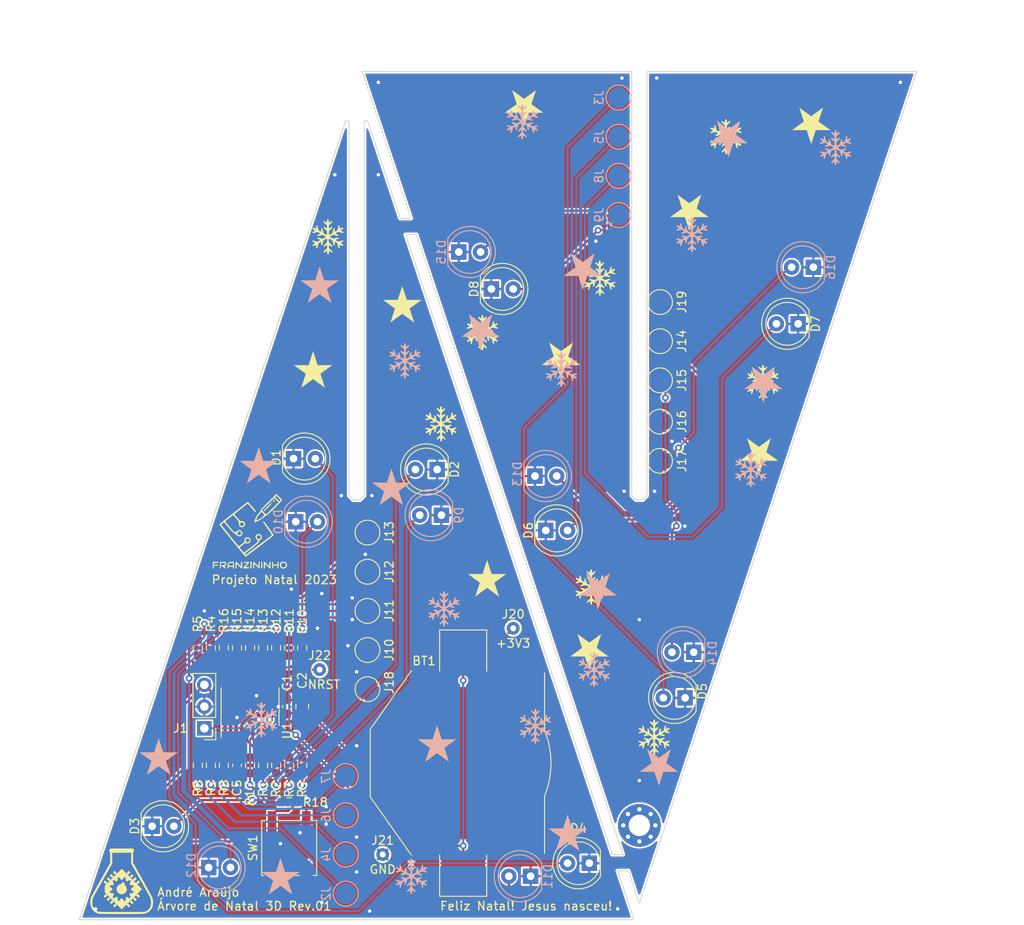
<source format=kicad_pcb>
(kicad_pcb (version 20240108) (generator "pcbnew") (generator_version "8.0")
  (title_block (title "Projeto Natal 2023 - Árvore de Natal 3D") (date "2023-11-21") (rev "01") (company "Franzininho /  Mechatronix Lab") (comment 1 "Eng. André A. M. Araújo"))
  (layers (0 "F.Cu" signal) (31 "B.Cu" signal) (34 "B.Paste" user) (35 "F.Paste" user) (36 "B.SilkS" user "B.Silkscreen") (37 "F.SilkS" user "F.Silkscreen") (38 "B.Mask" user) (39 "F.Mask" user) (44 "Edge.Cuts" user))
  (net 0 "")
  (net 1 "+3V3")
  (net 2 "GND")
  (net 3 "LED1")
  (net 4 "Net-(U1-NRST{slash}PD7)")
  (net 5 "LED2")
  (net 6 "SWIO")
  (net 7 "LED3")
  (net 8 "Net-(U1-OSC_IN{slash}PA1)")
  (net 9 "LED4")
  (net 10 "Net-(U1-OSC_OUT{slash}PA2)")
  (net 11 "LED5")
  (net 12 "Net-(U1-PD0)")
  (net 13 "LED6")
  (net 14 "Net-(U1-PC3)")
  (net 15 "LED7")
  (net 16 "Net-(U1-PC4)")
  (net 17 "LED8")
  (net 18 "Net-(U1-PC5)")
  (net 19 "LED9")
  (net 20 "Net-(U1-PC6)")
  (net 21 "LED10")
  (net 22 "Net-(U1-PC7)")
  (net 23 "Net-(U1-PC0)")
  (net 24 "LED11")
  (net 25 "Net-(U1-PD2)")
  (net 26 "LED12")
  (net 27 "Net-(U1-PD3)")
  (net 28 "LED13")
  (net 29 "Net-(U1-PD4)")
  (net 30 "LED14")
  (net 31 "Net-(U1-PD5)")
  (net 32 "LED15")
  (net 33 "Net-(U1-PD6)")
  (net 34 "LED16")
  (net 35 "Net-(U1-PC1)")
  (net 36 "Net-(U1-PC2)")
  (net 37 "Net-(D5-A)")
  (net 38 "Net-(D6-A)")
  (net 39 "Net-(D7-A)")
  (net 40 "Net-(D8-A)")
  (net 41 "Net-(D13-A)")
  (net 42 "Net-(D14-A)")
  (net 43 "Net-(D15-A)")
  (net 44 "Net-(D16-A)")
  (footprint "TestPoint:TestPoint_Pad_D2.5mm" (layer "F.Cu") (at 185.293 78.994)
    (property "Reference" "J16")
    (property "Value" "TestPoint")
  )
  (footprint "Resistor_SMD:R_0603_1608Metric_Pad0.98x0.95mm_HandSolder" (layer "F.Cu") (at 137.414 119.126 90)
    (property "Reference" "R17")
    (property "Value" "10K")
  )
  (footprint "LED_THT:LED_D5.0mm" (layer "F.Cu") (at 142.494 83.312)
    (property "Reference" "D1")
    (property "Value" "LED R")
  )
  (footprint "LOGO" (layer "F.Cu") (at 178.308 62.23)
    (property "Reference" "G***" (hide yes))
    (property "Value" "LOGO" (hide yes))
  )
  (footprint "Resistor_SMD:R_0603_1608Metric_Pad0.98x0.95mm_HandSolder" (layer "F.Cu") (at 135.89 105.41 90)
    (property "Reference" "R15")
    (property "Value" "1K")
  )
  (footprint "TestPoint:TestPoint_Pad_D2.5mm" (layer "F.Cu") (at 151.13 105.664)
    (property "Reference" "J10")
    (property "Value" "TestPoint")
  )
  (footprint "LED_THT:LED_D5.0mm" (layer "F.Cu") (at 125.984 126.238)
    (property "Reference" "D3")
    (property "Value" "LED B")
  )
  (footprint "Capacitor_SMD:C_0603_1608Metric_Pad1.08x0.95mm_HandSolder" (layer "F.Cu") (at 141.732 112.268 -90)
    (property "Reference" "C1")
    (property "Value" "100nF")
  )
  (footprint "LOGO" (layer "F.Cu") (at 165.1 97.282)
    (property "Reference" "G***" (hide yes))
    (property "Value" "LOGO" (hide yes))
  )
  (footprint "Resistor_SMD:R_0603_1608Metric_Pad0.98x0.95mm_HandSolder" (layer "F.Cu") (at 141.986 105.41 90)
    (property "Reference" "R11")
    (property "Value" "1K")
  )
  (footprint "LED_THT:LED_D5.0mm" (layer "F.Cu") (at 201.422 67.564 180)
    (property "Reference" "D7")
    (property "Value" "LED B")
  )
  (footprint "LOGO" (layer "F.Cu") (at 202.946 44.45 180)
    (property "Reference" "G***" (hide yes))
    (property "Value" "LOGO" (hide yes))
  )
  (footprint "TestPoint:TestPoint_Pad_D2.5mm" (layer "F.Cu") (at 151.13 110.236)
    (property "Reference" "J18")
    (property "Value" "TestPoint")
  )
  (footprint "Resistor_SMD:R_0603_1608Metric_Pad0.98x0.95mm_HandSolder" (layer "F.Cu") (at 134.366 105.41 90)
    (property "Reference" "R16")
    (property "Value" "1K")
  )
  (footprint "Resistor_SMD:R_0603_1608Metric_Pad0.98x0.95mm_HandSolder" (layer "F.Cu") (at 134.366 119.126 90)
    (property "Reference" "R8")
    (property "Value" "1K")
  )
  (footprint "Battery:BatteryHolder_Keystone_3002_1x2032" (layer "F.Cu") (at 162.306 118.872 -90)
    (property "Reference" "BT1")
    (property "Value" "Battery_Cell")
  )
  (footprint "TestPoint:TestPoint_Pad_D2.5mm" (layer "F.Cu") (at 185.293 74.168)
    (property "Reference" "J15")
    (property "Value" "TestPoint")
  )
  (footprint "LOGO" (layer "F.Cu") (at 184.658 115.824)
    (property "Reference" "G***" (hide yes))
    (property "Value" "LOGO" (hide yes))
  )
  (footprint "TestPoint:TestPoint_THTPad_D1.5mm_Drill0.7mm" (layer "F.Cu") (at 145.542 107.95)
    (property "Reference" "J22")
    (property "Value" "NRST")
  )
  (footprint "Resistor_SMD:R_0603_1608Metric_Pad0.98x0.95mm_HandSolder" (layer "F.Cu") (at 132.842 105.41 -90)
    (property "Reference" "R4")
    (property "Value" "1K")
  )
  (footprint "Resistor_SMD:R_0603_1608Metric_Pad0.98x0.95mm_HandSolder" (layer "F.Cu") (at 138.938 105.41 90)
    (property "Reference" "R13")
    (property "Value" "1K")
  )
  (footprint "Resistor_SMD:R_0603_1608Metric_Pad0.98x0.95mm_HandSolder" (layer "F.Cu") (at 131.318 119.126 90)
    (property "Reference" "R6")
    (property "Value" "1K")
  )
  (footprint "LED_THT:LED_D5.0mm" (layer "F.Cu") (at 165.603 63.5)
    (property "Reference" "D8")
    (property "Value" "LED Y")
  )
  (footprint "TestPoint:TestPoint_Pad_D2.5mm" (layer "F.Cu") (at 151.13 101.092)
    (property "Reference" "J11")
    (property "Value" "TestPoint")
  )
  (footprint "LOGO" (layer "F.Cu") (at 164.592 68.58)
    (property "Reference" "G***" (hide yes))
    (property "Value" "LOGO" (hide yes))
  )
  (footprint "LED_THT:LED_D5.0mm" (layer "F.Cu") (at 177.038 130.556 180)
    (property "Reference" "D4")
    (property "Value" "LED Y")
  )
  (footprint "LED_THT:LED_D5.0mm" (layer "F.Cu") (at 159.263 84.582 180)
    (property "Reference" "D2")
    (property "Value" "LED G")
  )
  (footprint "LOGO" (layer "F.Cu") (at 177.038 105.918 180)
    (property "Reference" "G***" (hide yes))
    (property "Value" "LOGO" (hide yes))
  )
  (footprint "LED_THT:LED_D5.0mm" (layer "F.Cu") (at 171.958 91.694)
    (property "Reference" "D6")
    (property "Value" "LED G")
  )
  (footprint "Button_Switch_SMD:SW_Push_1P1T_NO_CK_KSC6xxJ" (layer "F.Cu") (at 141.986 128.778 -90)
    (property "Reference" "SW1")
    (property "Value" "SW_Push")
  )
  (footprint "Resistor_SMD:R_0603_1608Metric_Pad0.98x0.95mm_HandSolder" (layer "F.Cu") (at 138.938 119.126 90)
    (property "Reference" "R1")
    (property "Value" "1K")
  )
  (footprint "TestPoint:TestPoint_Pad_D2.5mm" (layer "F.Cu") (at 151.13 96.52)
    (property "Reference" "J12")
    (property "Value" "TestPoint")
  )
  (footprint "Connector_PinHeader_2.54mm:PinHeader_1x03_P2.54mm_Vertical" (layer "F.Cu") (at 132.08 114.808 180)
    (property "Reference" "J1")
    (property "Value" "Conn_01x03_Pin")
  )
  (footprint "Resistor_SMD:R_0603_1608Metric_Pad0.98x0.95mm_HandSolder" (layer "F.Cu") (at 140.462 105.41 90)
    (property "Reference" "R12")
    (property "Value" "1K")
  )
  (footprint "LOGO" (layer "F.Cu") (at 137.414 91.948)
    (property "Reference" "G***" (hide yes))
    (property "Value" "LOGO" (hide yes))
  )
  (footprint "LOGO" (layer "F.Cu") (at 188.722 54.61 180)
    (property "Reference" "G***" (hide yes))
    (property "Value" "LOGO" (hide yes))
  )
  (footprint "LOGO" (layer "F.Cu") (at 146.558 57.404)
    (property "Reference" "G***" (hide yes))
    (property "Value" "LOGO" (hide yes))
  )
  (footprint "Resistor_SMD:R_0603_1608Metric_Pad0.98x0.95mm_HandSolder" (layer "F.Cu") (at 141.986 123.444 180)
    (property "Reference" "R18")
    (property "Value" "10K")
  )
  (footprint "TestPoint:TestPoint_Pad_D2.5mm" (layer "F.Cu") (at 185.293 69.596)
    (property "Reference" "J14")
    (property "Value" "TestPoint")
  )
  (footprint "Capacitor_SMD:C_0805_2012Metric_Pad1.18x1.45mm_HandSolder" (layer "F.Cu") (at 143.51 112.268 90)
    (property "Reference" "C2")
    (property "Value" "10uF")
  )
  (footprint "LOGO" (layer "F.Cu") (at 196.85 83.058 180)
    (property "Reference" "G***" (hide yes))
    (property "Value" "LOGO" (hide yes))
  )
  (footprint "Resistor_SMD:R_0603_1608Metric_Pad0.98x0.95mm_HandSolder" (layer "F.Cu") (at 131.318 105.41 -90)
    (property "Reference" "R5")
    (property "Value" "1K")
  )
  (footprint "LOGO" (layer "F.Cu") (at 155.194 65.278)
    (property "Reference" "G***" (hide yes))
    (property "Value" "LOGO" (hide yes))
  )
  (footprint "LOGO" (layer "F.Cu") (at 169.418 42.418 180)
    (property "Reference" "G***" (hide yes))
    (property "Value" "LOGO" (hide yes))
  )
  (footprint "LOGO" (layer "F.Cu") (at 173.736 71.882 180)
    (property "Reference" "G***" (hide yes))
    (property "Value" "LOGO" (hide yes))
  )
  (footprint "Package_SO:TSSOP-20_4.4x6.5mm_P0.65mm" (layer "F.Cu") (at 137.414 112.268 90)
    (property "Reference" "U1")
    (property "Value" "CH32V003F4P6")
  )
  (footprint "Resistor_SMD:R_0603_1608Metric_Pad0.98x0.95mm_HandSolder" (layer "F.Cu") (at 140.462 119.126 90)
    (property "Reference" "R2")
    (property "Value" "1K")
  )
  (footprint "Resistor_SMD:R_0603_1608Metric_Pad0.98x0.95mm_HandSolder" (layer "F.Cu") (at 141.986 119.126 90)
    (property "Reference" "R3")
    (property "Value" "1K")
  )
  (footprint "LOGO" (layer "F.Cu") (at 177.292 98.298)
    (property "Reference" "G***" (hide yes))
    (property "Value" "LOGO" (hide yes))
  )
  (footprint "Resistor_SMD:R_0603_1608Metric_Pad0.98x0.95mm_HandSolder" (layer "F.Cu") (at 132.842 119.126 90)
    (property "Reference" "R7")
    (property "Value" "1K")
  )
  (footprint "TestPoint:TestPoint_Pad_D2.5mm" (layer "F.Cu") (at 185.293 83.566)
    (property "Reference" "J17")
    (property "Value" "TestPoint")
  )
  (footprint "TestPoint:TestPoint_THTPad_D1.5mm_Drill0.7mm" (layer "F.Cu") (at 152.908 129.54)
    (property "Reference" "J21")
    (property "Value" "GND")
  )
  (footprint "TestPoint:TestPoint_Pad_D2.5mm" (layer "F.Cu") (at 185.293 65.024)
    (property "Reference" "J19")
    (property "Value" "TestPoint")
  )
  (footprint "Resistor_SMD:R_0603_1608Metric_Pad0.98x0.95mm_HandSolder" (layer "F.Cu") (at 143.51 119.126 -90)
    (property "Reference" "R9")
    (property "Value" "1K")
  )
  (footprint "LED_THT:LED_D5.0mm" (layer "F.Cu") (at 188.219 111.252 180)
    (property "Reference" "D5")
    (property "Value" "LED R")
  )
  (footprint "Resistor_SMD:R_0603_1608Metric_Pad0.98x0.95mm_HandSolder" (layer "F.Cu") (at 143.51 105.41 90)
    (property "Reference" "R10")
    (property "Value" "1K")
  )
  (footprint "LOGO" (layer "F.Cu") (at 193.04 45.72)
    (property "Reference" "G***" (hide yes))
    (property "Value" "LOGO" (hide yes))
  )
  (footprint "LOGO" (layer "F.Cu") (at 197.358 74.422)
    (property "Reference" "G***" (hide yes))
    (property "Value" "LOGO" (hide yes))
  )
  (footprint "TestPoint:TestPoint_THTPad_D1.5mm_Drill0.7mm" (layer "F.Cu") (at 168.148 103.124)
    (property "Reference" "J20")
    (property "Value" "+3V3")
  )
  (footprint "TestPoint:TestPoint_Pad_D2.5mm" (layer "F.Cu") (at 151.13 91.948)
    (property "Reference" "J13")
    (property "Value" "TestPoint")
  )
  (footprint "MountingHole:MountingHole_2.5mm_Pad_Via" (layer "F.Cu") (at 182.88 126.141)
    (property "Reference" "H1" (hide yes))
    (property "Value" "MountingHole")
  )
  (footprint "LOGO" (layer "F.Cu") (at 159.766 79.248)
    (property "Reference" "G***" (hide yes))
    (property "Value" "LOGO" (hide yes))
  )
  (footprint "Capacitor_SMD:C_0603_1608Metric_Pad1.08x0.95mm_HandSolder" (layer "F.Cu") (at 135.89 119.126 90)
    (property "Reference" "C5")
    (property "Value" "100nF")
  )
  (footprint "LOGO" (layer "F.Cu") (at 144.78 72.898)
    (property "Reference" "G***" (hide yes))
    (property "Value" "LOGO" (hide yes))
  )
  (footprint "LOGO" (layer "F.Cu") (at 122.428 133.096)
    (property "Reference" "G***" (hide yes))
    (property "Value" "LOGO" (hide yes))
  )
  (footprint "Resistor_SMD:R_0603_1608Metric_Pad0.98x0.95mm_HandSolder" (layer "F.Cu") (at 137.414 105.41 90)
    (property "Reference" "R14")
    (property "Value" "1K")
  )
  (footprint "LOGO" (layer "B.Cu") (at 177.546 107.95 180)
    (property "Reference" "G***" (hide yes))
    (property "Value" "LOGO" (hide yes))
  )
  (footprint "LOGO" (layer "B.Cu") (at 145.542 62.992 180)
    (property "Reference" "G***" (hide yes))
    (property "Value" "LOGO" (hide yes))
  )
  (footprint "LOGO" (layer "B.Cu") (at 126.746 118.11 180)
    (property "Reference" "G***" (hide yes))
    (property "Value" "LOGO" (hide yes))
  )
  (footprint "LOGO" (layer "B.Cu") (at 138.43 84.074 180)
    (property "Reference" "G***" (hide yes))
    (property "Value" "LOGO" (hide yes))
  )
  (footprint "TestPoint:TestPoint_Pad_D2.5mm" (layer "B.Cu") (at 180.467 54.864 180)
    (property "Reference" "J9")
    (property "Value" "TestPoint")
  )
  (footprint "LOGO" (layer "B.Cu") (at 205.74 46.99 180)
    (property "Reference" "G***" (hide yes))
    (property "Value" "LOGO" (hide yes))
  )
  (footprint "LOGO" (layer "B.Cu") (at 156.21 132.08 180)
    (property "Reference" "G***" (hide yes))
    (property "Value" "LOGO" (hide yes))
  )
  (footprint "LOGO" (layer "B.Cu") (at 159.258 116.586 180)
    (property "Reference" "G***" (hide yes))
    (property "Value" "LOGO" (hide yes))
  )
  (footprint "LOGO" (layer "B.Cu") (at 197.358 74.676)
    (property "Reference" "G***" (hide yes))
    (property "Value" "LOGO" (hide yes))
  )
  (footprint "LOGO" (layer "B.Cu") (at 185.166 119.38)
    (property "Reference" "G***" (hide yes))
    (property "Value" "LOGO" (hide yes))
  )
  (footprint "TestPoint:TestPoint_Pad_D2.5mm" (layer "B.Cu") (at 148.59 120.396 180)
    (property "Reference" "J7")
    (property "Value" "TestPoint")
  )
  (footprint "LOGO" (layer "B.Cu") (at 173.736 72.898 180)
    (property "Reference" "G***" (hide yes))
    (property "Value" "LOGO" (hide yes))
  )
  (footprint "TestPoint:TestPoint_Pad_D2.5mm" (layer "B.Cu") (at 148.59 124.968 180)
    (property "Reference" "J6")
    (property "Value" "TestPoint")
  )
  (footprint "LOGO" (layer "B.Cu") (at 155.448 71.882 180)
    (property "Reference" "G***" (hide yes))
    (property "Value" "LOGO" (hide yes))
  )
  (footprint "TestPoint:TestPoint_Pad_D2.5mm" (layer "B.Cu") (at 180.467 50.292 180)
    (property "Reference" "J8")
    (property "Value" "TestPoint")
  )
  (footprint "LED_THT:LED_D5.0mm" (layer "B.Cu") (at 170.688 85.344)
    (property "Reference" "D13")
    (property "Value" "LED R")
  )
  (footprint "LED_THT:LED_D5.0mm" (layer "B.Cu") (at 132.588 131.064)
    (property "Reference" "D12")
    (property "Value" "LED Y")
  )
  (footprint "LED_THT:LED_D5.0mm" (layer "B.Cu") (at 189.23 105.918 180)
    (property "Reference" "D14")
    (property "Value" "LED G")
  )
  (footprint "LOGO" (layer "B.Cu") (at 140.97 132.08 180)
    (property "Reference" "G***" (hide yes))
    (property "Value" "LOGO" (hide yes))
  )
  (footprint "TestPoint:TestPoint_Pad_D2.5mm" (layer "B.Cu") (at 148.59 129.54 180)
    (property "Reference" "J4")
    (property "Value" "TestPoint")
  )
  (footprint "LOGO" (layer "B.Cu") (at 195.834 84.582 180)
    (property "Reference" "G***" (hide yes))
    (property "Value" "LOGO" (hide yes))
  )
  (footprint "LED_THT:LED_D5.0mm" (layer "B.Cu") (at 203.2 60.96 180)
    (property "Reference" "D16")
    (property "Value" "LED Y")
  )
  (footprint "LED_THT:LED_D5.0mm" (layer "B.Cu") (at 161.798 59.182)
    (property "Reference" "D15")
    (property "Value" "LED B")
  )
  (footprint "TestPoint:TestPoint_Pad_D2.5mm" (layer "B.Cu") (at 148.59 134.112 180)
    (property "Reference" "J2")
    (property "Value" "TestPoint")
  )
  (footprint "LOGO" (layer "B.Cu") (at 160.02 100.838 180)
    (property "Reference" "G***" (hide yes))
    (property "Value" "LOGO" (hide yes))
  )
  (footprint "LOGO" (layer "B.Cu") (at 170.688 114.554 180)
    (property "Reference" "G***" (hide yes))
    (property "Value" "LOGO" (hide yes))
  )
  (footprint "LED_THT:LED_D5.0mm" (layer "B.Cu") (at 170.18 132.08 180)
    (property "Reference" "D11")
    (property "Value" "LED B")
  )
  (footprint "LOGO" (layer "B.Cu") (at 164.338 68.58)
    (property "Reference" "G***" (hide yes))
    (property "Value" "LOGO" (hide yes))
  )
  (footprint "LOGO" (layer "B.Cu") (at 169.164 43.942 180)
    (property "Reference" "G***" (hide yes))
    (property "Value" "LOGO" (hide yes))
  )
  (footprint "TestPoint:TestPoint_Pad_D2.5mm" (layer "B.Cu") (at 180.467 41.148 180)
    (property "Reference" "J3")
    (property "Value" "TestPoint")
  )
  (footprint "TestPoint:TestPoint_Pad_D2.5mm" (layer "B.Cu") (at 180.467 45.72 180)
    (property "Reference" "J5")
    (property "Value" "TestPoint")
  )
  (footprint "LED_THT:LED_D5.0mm" (layer "B.Cu") (at 142.748 90.678)
    (property "Reference" "D10")
    (property "Value" "LED G")
  )
  (footprint "LOGO" (layer "B.Cu") (at 174.498 127 180)
    (property "Reference" "G***" (hide yes))
    (property "Value" "LOGO" (hide yes))
  )
  (footprint "LOGO" (layer "B.Cu") (at 193.294 45.974)
    (property "Reference" "G***" (hide yes))
    (property "Value" "LOGO" (hide yes))
  )
  (footprint "LOGO" (layer "B.Cu") (at 153.924 86.614 180)
    (property "Reference" "G***" (hide yes))
    (property "Value" "LOGO" (hide yes))
  )
  (footprint "LOGO" (layer "B.Cu") (at 178.054 98.806)
    (property "Reference" "G***" (hide yes))
    (property "Value" "LOGO" (hide yes))
  )
  (footprint "LED_THT:LED_D5.0mm" (layer "B.Cu") (at 159.771 89.916 180)
    (property "Reference" "D9")
    (property "Value" "LED R")
  )
  (footprint "LOGO" (layer "B.Cu") (at 176.276 61.468)
    (property "Reference" "G***" (hide yes))
    (property "Value" "LOGO" (hide yes))
  )
  (footprint "LOGO" (layer "B.Cu") (at 188.976 57.15 180)
    (property "Reference" "G***" (hide yes))
    (property "Value" "LOGO" (hide yes))
  )
  (footprint "LOGO" (layer "B.Cu") (at 138.684 113.792 180)
    (property "Reference" "G***" (hide yes))
    (property "Value" "LOGO" (hide yes))
  )
  (gr_poly (pts (xy 155.575 57.15) (xy 156.845 57.15) (xy 180.975 129.54) (xy 179.705 129.54)) (stroke (width 0.1)) (fill none) (layer "Edge.Cuts"))
  (gr_poly (pts (xy 181.61 131.445) (xy 180.34 131.445) (xy 182.245 137.16) (xy 117.475 137.16) (xy 148.59 43.815) (xy 148.844 43.815) (xy 148.971 43.942) (xy 148.971 87.63) (xy 149.479 88.138) (xy 150.241 88.138) (xy 150.749 87.63) (xy 150.749 43.942) (xy 150.876 43.815) (xy 151.13 43.815) (xy 154.94 55.245) (xy 156.21 55.245) (xy 150.495 38.1) (xy 181.991 38.1) (xy 181.991 87.63) (xy 182.499 88.138) (xy 183.261 88.138) (xy 183.769 87.63) (xy 183.769 38.1) (xy 215.265 38.1) (xy 182.88 135.255)) (stroke (width 0.1)) (fill none) (layer "Edge.Cuts"))
  (gr_text "Feliz Natal! Jesus nasceu!" (at 159.512 136.144 0) (layer "F.SilkS") (effects (font (size 1 1)) (justify left bottom)))
  (gr_text "André Araújo\nÁrvore de Natal 3D Rev.01" (at 126.492 136.144 0) (layer "F.SilkS") (effects (font (size 1 1)) (justify left bottom)))
  (gr_text "Projeto Natal 2023" (at 132.842 98.044 0) (layer "F.SilkS") (effects (font (size 1 1)) (justify left bottom)))
  (segment (start 167.232 104.04) (end 168.148 103.124) (width 0.25) (layer "F.Cu") (net 1))
  (segment (start 137.414 121.412) (end 139.446 123.444) (width 0.25) (layer "F.Cu") (net 1))
  (segment (start 163.068 104.04) (end 167.232 104.04) (width 0.25) (layer "F.Cu") (net 1))
  (segment (start 151.892 120.524396) (end 144.397604 113.03) (width 0.25) (layer "F.Cu") (net 1))
  (segment (start 140.462 113.03) (end 139.7 113.792) (width 0.25) (layer "F.Cu") (net 1))
  (segment (start 139.446 123.444) (end 141.0735 123.444) (width 0.25) (layer "F.Cu") (net 1))
  (segment (start 162.306 131.672) (end 162.306 128.524) (width 0.25) (layer "F.Cu") (net 1))
  (segment (start 151.892 122.682) (end 151.892 120.524396) (width 0.25) (layer "F.Cu") (net 1))
  (segment (start 139.689 113.803) (end 139.689 115.1305) (width 0.25) (layer "F.Cu") (net 1))
  (segment (start 162.306 109.22) (end 162.306 106.072) (width 0.25) (layer "F.Cu") (net 1))
  (segment (start 162.306 128.524) (end 157.734 128.524) (width 0.25) (layer "F.Cu") (net 1))
  (segment (start 137.414 121.412) (end 137.414 120.0385) (width 0.25) (layer "F.Cu") (net 1))
  (segment (start 157.734 128.524) (end 151.892 122.682) (width 0.25) (layer "F.Cu") (net 1))
  (segment (start 139.7 113.792) (end 139.689 113.803) (width 0.25) (layer "F.Cu") (net 1))
  (segment (start 144.397604 113.03) (end 140.462 113.03) (width 0.25) (layer "F.Cu") (net 1))
  (via (at 162.306 128.524) (size 0.8) (drill 0.4) (layers "F.Cu" "B.Cu") (net 1))
  (via (at 137.414 121.412) (size 0.8) (drill 0.4) (layers "F.Cu" "B.Cu") (net 1))
  (via (at 139.7 113.792) (size 0.8) (drill 0.4) (layers "F.Cu" "B.Cu") (net 1))
  (via (at 162.306 109.22) (size 0.8) (drill 0.4) (layers "F.Cu" "B.Cu") (net 1))
  (segment (start 138.938 113.03) (end 139.7 113.792) (width 0.25) (layer "B.Cu") (net 1))
  (segment (start 162.306 128.524) (end 162.306 109.22) (width 0.25) (layer "B.Cu") (net 1))
  (segment (start 132.08 114.808) (end 136.144 114.808) (width 0.25) (layer "B.Cu") (net 1))
  (segment (start 137.922 113.03) (end 138.938 113.03) (width 0.25) (layer "B.Cu") (net 1))
  (segment (start 137.414 121.412) (end 137.414 116.078) (width 0.25) (layer "B.Cu") (net 1))
  (segment (start 137.414 116.078) (end 139.7 113.792) (width 0.25) (layer "B.Cu") (net 1))
  (segment (start 136.144 114.808) (end 137.922 113.03) (width 0.25) (layer "B.Cu") (net 1))
  (segment (start 143.256 111.2305) (end 143.5315 111.506) (width 0.25) (layer "F.Cu") (net 2))
  (segment (start 140.716 111.506) (end 142.9805 111.506) (width 0.25) (layer "F.Cu") (net 2))
  (segment (start 142.748 89.164) (end 142.753 89.159) (width 0.25) (layer "F.Cu") (net 2))
  (segment (start 191.262 96.012) (end 191.262 70.358) (width 0.25) (layer "F.Cu") (net 2))
  (segment (start 191.008 68.983794) (end 193.189794 66.802) (width 0.25) (layer "F.Cu") (net 2))
  (segment (start 155.194 56.642) (end 154.686 57.15) (width 0.25) (layer "F.Cu") (net 2))
  (segment (start 132.588 133.604) (end 135.128 136.144) (width 0.25) (layer "F.Cu") (net 2))
  (segment (start 171.958 97.282) (end 171.958 88.646) (width 0.25) (layer "F.Cu") (net 2))
  (segment (start 201.676 63.246) (end 202.946 63.246) (width 0.25) (layer "F.Cu") (net 2))
  (segment (start 200.66 63.246) (end 201.676 63.246) (width 0.25) (layer "F.Cu") (net 2))
  (segment (start 143.5315 111.506) (end 143.7855 111.252) (width 0.25) (layer "F.Cu") (net 2))
  (segment (start 151.13 110.236) (end 150.114 111.252) (width 0.25) (layer "F.Cu") (net 2))
  (segment (start 189.23 103.632) (end 191.135 101.727) (width 0.25) (layer "F.Cu") (net 2))
  (segment (start 162.56 115.47) (end 162.46 115.57) (width 0.25) (layer "F.Cu") (net 2))
  (segment (start 177.038 126.238) (end 176.022 125.222) (width 0.25) (layer "F.Cu") (net 2))
  (segment (start 191.135 96.139) (end 191.262 96.012) (width 0.25) (layer "F.Cu") (net 2))
  (segment (start 135.128 136.144) (end 151.384 136.144) (width 0.25) (layer "F.Cu") (net 2))
  (segment (start 189.23 105.156) (end 189.23 106.934) (width 0.25) (layer "F.Cu") (net 2))
  (segment (start 191.008 69.088) (end 191.008 68.983794) (width 0.25) (layer "F.Cu") (net 2))
  (segment (start 188.722 108.458) (end 187.071 108.458) (width 0.25) (layer "F.Cu") (net 2))
  (segment (start 165.608 63.505) (end 165.603 63.5) (width 0.25) (layer "F.Cu") (net 2))
  (segment (start 169.164 136.144) (end 170.18 135.128) (width 0.25) (layer "F.Cu") (net 2))
  (segment (start 197.104 66.802) (end 200.66 63.246) (width 0.25) (layer "F.Cu") (net 2))
  (segment (start 188.219 111.252) (end 188.214 111.247) (width 0.25) (layer "F.Cu") (net 2))
  (segment (start 177.038 130.556) (end 177.038 126.238) (width 0.25) (layer "F.Cu") (net 2))
  (segment (start 171.704 128.524) (end 171.704 125.222) (width 0.25) (layer "F.Cu") (net 2))
  (segment (start 170.18 130.048) (end 171.704 128.524) (width 0.25) (layer "F.Cu") (net 2))
  (segment (start 159.258 76.835) (end 159.258 87.376) (width 0.25) (layer "F.Cu") (net 2))
  (segment (start 161.798 62.23) (end 161.798 57.658) (width 0.25) (layer "F.Cu") (net 2))
  (segment (start 149.352 115.57) (end 145.034 111.252) (width 0.25) (layer "F.Cu") (net 2))
  (segment (start 187.071 108.458) (end 178.181 99.568) (width 0.25) (layer "F.Cu") (net 2))
  (segment (start 150.114 111.252) (end 143.7855 111.252) (width 0.25) (layer "F.Cu") (net 2))
  (segment (start 138.43 113.792) (end 140.716 111.506) (width 0.25) (layer "F.Cu") (net 2))
  (segment (start 189.992 69.088) (end 191.008 69.088) (width 0.25) (layer "F.Cu") (net 2))
  (segment (start 171.704 125.222) (end 171.704 124.714) (width 0.25) (layer "F.Cu") (net 2))
  (segment (start 202.946 63.246) (end 203.2 62.992) (width 0.25) (layer "F.Cu") (net 2))
  (segment (start 170.18 130.048) (end 170.18 132.08) (width 0.25) (layer "F.Cu") (net 2))
  (segment (start 154.686 72.263) (end 159.258 76.835) (width 0.25) (layer "F.Cu") (net 2))
  (segment (start 189.23 106.934) (end 189.23 103.632) (width 0.25) (layer "F.Cu") (net 2))
  (segment (start 201.422 67.564) (end 201.422 63.5) (width 0.25) (layer "F.Cu") (net 2))
  (segment (start 151.384 136.144) (end 169.164 136.144) (width 0.25) (layer "F.Cu") (net 2))
  (segment (start 188.214 108.966) (end 189.23 107.95) (width 0.25) (layer "F.Cu") (net 2))
  (segment (start 161.798 57.658) (end 160.782 56.642) (width 0.25) (layer "F.Cu") (net 2))
  (segment (start 159.258 87.376) (end 159.766 87.884) (width 0.25) (layer "F.Cu") (net 2))
  (segment (start 171.704 124.714) (end 162.56 115.57) (width 0.25) (layer "F.Cu") (net 2))
  (segment (start 189.992 69.088) (end 188.087 67.183) (width 0.25) (layer "F.Cu") (net 2))
  (segment (start 201.422 63.5) (end 201.676 63.246) (width 0.25) (layer "F.Cu") (net 2))
  (segment (start 189.23 107.95) (end 188.722 108.458) (width 0.25) (layer "F.Cu") (net 2))
  (segment (start 142.494 88.9) (end 142.753 89.159) (width 0.25) (layer "F.Cu") (net 2))
  (segment (start 188.214 111.247) (end 188.214 108.966) (width 0.25) (layer "F.Cu") (net 2))
  (segment (start 165.608 67.056) (end 165.608 63.505) (width 0.25) (layer "F.Cu") (net 2))
  (segment (start 203.2 62.992) (end 203.2 60.96) (width 0.25) (layer "F.Cu") (net 2))
  (segment (start 142.753 89.159) (end 146.06 85.852) (width 0.25) (layer "F.Cu") (net 2))
  (segment (start 148.725 88.517) (end 150.995 88.517) (width 0.25) (layer "F.Cu") (net 2))
  (segment (start 163.068 63.5) (end 161.798 62.23) (width 0.25) (layer "F.Cu") (net 2))
  (segment (start 191.135 101.727) (end 191.135 96.139) (width 0.25) (layer "F.Cu") (net 2))
  (segment (start 174.244 99.568) (end 171.958 97.282) (width 0.25) (layer "F.Cu") (net 2))
  (segment (start 160.782 56.642) (end 155.194 56.642) (width 0.25) (layer "F.Cu") (net 2))
  (segment (start 146.06 85.852) (end 148.725 88.517) (width 0.25) (layer "F.Cu") (net 2))
  (segment (start 162.56 115.57) (end 162.56 115.47) (width 0.25) (layer "F.Cu") (net 2))
  (segment (start 185.928 65.024) (end 188.087 67.183) (width 0.25) (layer "F.Cu") (net 2))
  (segment (start 189.23 106.934) (end 189.23 107.95) (width 0.25) (layer "F.Cu") (net 2))
  (segment (start 154.686 57.15) (end 154.686 72.263) (width 0.25) (layer "F.Cu") (net 2))
  (segment (start 165.603 63.5) (end 163.068 63.5) (width 0.25) (layer "F.Cu") (net 2))
  (segment (start 170.688 72.136) (end 165.608 67.056) (width 0.25) (layer "F.Cu") (net 2))
  (segment (start 138.389 113.833) (end 138.43 113.792) (width 0.25) (layer "F.Cu") (net 2))
  (segment (start 178.181 99.568) (end 174.244 99.568) (width 0.25) (layer "F.Cu") (net 2))
  (segment (start 171.958 88.646) (end 170.688 87.376) (width 0.25) (layer "F.Cu") (net 2))
  (segment (start 150.995 88.517) (end 153.66 85.852) (width 0.25) (layer "F.Cu") (net 2))
  (segment (start 135.89 121.412) (end 135.89 119.9885) (width 0.25) (layer "F.Cu") (net 2))
  (segment (start 142.494 83.312) (end 142.494 88.9) (width 0.25) (layer "F.Cu") (net 2))
  (segment (start 142.748 90.678) (end 142.748 89.164) (width 0.25) (layer "F.Cu") (net 2))
  (segment (start 162.46 115.57) (end 149.352 115.57) (width 0.25) (layer "F.Cu") (net 2))
  (segment (start 176.022 125.222) (end 171.704 125.222) (width 0.25) (layer "F.Cu") (net 2))
  (segment (start 170.18 135.128) (end 170.18 132.08) (width 0.25) (layer "F.Cu") (net 2))
  (segment (start 132.588 131.064) (end 132.588 133.604) (width 0.25) (layer "F.Cu") (net 2))
  (segment (start 138.389 115.1305) (end 138.389 113.833) (width 0.25) (layer "F.Cu") (net 2))
  (segment (start 170.688 87.376) (end 170.688 72.136) (width 0.25) (layer "F.Cu") (net 2))
  (segment (start 159.766 87.884) (end 159.766 101.6) (width 0.25) (layer "F.Cu") (net 2))
  (segment (start 193.189794 66.802) (end 197.104 66.802) (width 0.25) (layer "F.Cu") (net 2))
  (segment (start 145.034 111.252) (end 143.7855 111.252) (width 0.25) (layer "F.Cu") (net 2))
  (segment (start 159.766 101.6) (end 151.13 110.236) (width 0.25) (layer "F.Cu") (net 2))
  (segment (start 191.262 70.358) (end 189.992 69.088) (width 0.25) (layer "F.Cu") (net 2))
  (segment (start 142.9805 111.506) (end 143.256 111.2305) (width 0.25) (layer "F.Cu") (net 2))
  (segment (start 165.608 63.495) (end 165.603 63.5) (width 0.25) (layer "F.Cu") (net 2))
  (via (at 144.018 122.936) (size 0.8) (drill 0.4) (layers "F.Cu" "B.Cu") (net 2))
  (via (at 119.38 135.89) (size 0.8) (drill 0.4) (layers "F.Cu" "B.Cu") (net 2))
  (via (at 182.88 102.108) (size 0.8) (drill 0.4) (layers "F.Cu" "B.Cu") (net 2))
  (via (at 149.86 127.508) (size 0.8) (drill 0.4) (layers "F.Cu" "B.Cu") (net 2))
  (via (at 149.86 131.572) (size 0.8) (drill 0.4) (layers "F.Cu" "B.Cu") (net 2))
  (via (at 147.32 50.165) (size 0.8) (drill 0.4) (layers "F.Cu" "B.Cu") (net 2))
  (via (at 151.384 136.144) (size 0.8) (drill 0.4) (layers "F.Cu" "B.Cu") (net 2))
  (via (at 181.102 87.122) (size 0.8) (drill 0.4) (layers "F.Cu" "B.Cu") (net 2))
  (via (at 138.43 113.792) (size 0.8) (drill 0.4) (layers "F.Cu" "B.Cu") (net 2))
  (via (at 149.352 102.108) (size 0.8) (drill 0.4) (layers "F.Cu" "B.Cu") (net 2))
  (via (at 132.08 101.092) (size 0.8) (drill 0.4) (layers "F.Cu" "B.Cu") (net 2))
  (via (at 143.256 127) (size 0.8) (drill 0.4) (layers "F.Cu" "B.Cu") (net 2))
  (via (at 140.716 112.268) (size 0.8) (drill 0.4) (layers "F.Cu" "B.Cu") (net 2))
  (via (at 138.176 110.998) (size 0.8) (drill 0.4) (layers "F.Cu" "B.Cu") (net 2))
  (via (at 149.86 116.84) (size 0.8) (drill 0.4) (layers "F.Cu" "B.Cu") (net 2))
  (via (at 145.796 135.128) (size 0.8) (drill 0.4) (layers "F.Cu" "B.Cu") (net 2))
  (via (at 146.304 123.952) (size 0.8) (drill 0.4) (layers "F.Cu" "B.Cu") (net 2))
  (via (at 184.912 38.862) (size 0.8) (drill 0.4) (layers "F.Cu" "B.Cu") (net 2))
  (via (at 152.4 39.37) (size 0.8) (drill 0.4) (layers "F.Cu" "B.Cu") (net 2))
  (via (at 145.796 99.06) (size 0.8) (drill 0.4) (layers "F.Cu" "B.Cu") (net 2))
  (via (at 149.86 108.204) (size 0.8) (drill 0.4) (layers "F.Cu" "B.Cu") (net 2))
  (via (at 182.88 120.904) (size 0.8) (drill 0.4) (layers "F.Cu" "B.Cu") (net 2))
  (via (at 140.97 128.27) (size 0.8) (drill 0.4) (layers "F.Cu" "B.Cu") (net 2))
  (via (at 148.082 87.63) (size 0.8) (drill 0.4) (layers "F.Cu" "B.Cu") (net 2))
  (via (at 186.69 81.28) (size 0.8) (drill 0.4) (layers "F.Cu" "B.Cu") (net 2))
  (via (at 149.352 99.568) (size 0.8) (drill 0.4) (layers "F.Cu" "B.Cu") (net 2))
  (via (at 184.658 87.122) (size 0.8) (drill 0.4) (layers "F.Cu" "B.Cu") (net 2))
  (via (at 148.844 105.156) (size 0.8) (drill 0.4) (layers "F.Cu" "B.Cu") (net 2))
  (via (at 188.197503 91.186) (size 0.8) (drill 0.4) (layers "F.Cu" "B.Cu") (net 2))
  (via (at 180.34 135.89) (size 0.8) (drill 0.4) (layers "F.Cu" "B.Cu") (net 2))
  (via (at 146.304 125.984) (size 0.8) (drill 0.4) (layers "F.Cu" "B.Cu") (net 2))
  (via (at 177.8 57.912) (size 0.8) (drill 0.4) (layers "F.Cu" "B.Cu") (net 2))
  (via (at 135.89 113.538) (size 0.8) (drill 0.4) (layers "F.Cu" "B.Cu") (net 2))
  (via (at 213.36 39.37) (size 0.8) (drill 0.4) (layers "F.Cu" "B.Cu") (net 2))
  (via (at 151.638 87.63) (size 0.8) (drill 0.4) (layers "F.Cu" "B.Cu") (net 2))
  (via (at 180.848 38.862) (size 0.8) (drill 0.4) (layers "F.Cu" "B.Cu") (net 2))
  (via (at 152.4 50.165) (size 0.8) (drill 0.4) (layers "F.Cu" "B.Cu") (net 2))
  (via (at 142.24 98.552) (size 0.8) (drill 0.4) (layers "F.Cu" "B.Cu") (net 2))
  (via (at 135.89 121.412) (size 0.8) (drill 0.4) (layers "F.Cu" "B.Cu") (net 2))
  (via (at 150.876 94.488) (size 0.8) (drill 0.4) (layers "F.Cu" "B.Cu") (net 2))
  (via (at 145.288 103.124) (size 0.8) (drill 0.4) (layers "F.Cu" "B.Cu") (net 2))
  (segment (start 135.89 121.412) (end 135.89 116.332) (width 0.25) (layer "B.Cu") (net 2))
  (segment (start 135.89 116.332) (end 138.43 113.792) (width 0.25) (layer "B.Cu") (net 2))
  (segment (start 138.938 120.0385) (end 138.938 121.412) (width 0.25) (layer "F.Cu") (net 3))
  (via (at 138.938 121.412) (size 0.8) (drill 0.4) (layers "F.Cu" "B.Cu") (net 3))
  (segment (start 147.066 85.344) (end 145.034 83.312) (width 0.25) (layer "B.Cu") (net 3))
  (segment (start 147.066 113.284) (end 147.066 85.344) (width 0.25) (layer "B.Cu") (net 3))
  (segment (start 138.938 121.412) (end 147.066 113.284) (width 0.25) (layer "B.Cu") (net 3))
  (segment (start 136.439 117.561) (end 135.89 118.11) (width 0.25) (layer "F.Cu") (net 4))
  (segment (start 140.716 110.998) (end 143.764 107.95) (width 0.25) (layer "F.Cu") (net 4))
  (segment (start 143.764 107.95) (end 145.542 107.95) (width 0.25) (layer "F.Cu") (net 4))
  (segment (start 137.414 118.2135) (end 135.94 118.2135) (width 0.25) (layer "F.Cu") (net 4))
  (segment (start 139.7 110.998) (end 140.716 110.998) (width 0.25) (layer "F.Cu") (net 4))
  (segment (start 136.439 114.259) (end 139.7 110.998) (width 0.25) (layer "F.Cu") (net 4))
  (segment (start 136.439 115.1305) (end 136.439 114.259) (width 0.25) (layer "F.Cu") (net 4))
  (segment (start 135.94 118.2135) (end 135.89 118.2635) (width 0.25) (layer "F.Cu") (net 4))
  (segment (start 135.89 118.11) (end 135.89 118.2635) (width 0.25) (layer "F.Cu") (net 4))
  (segment (start 136.439 115.1305) (end 136.439 117.561) (width 0.25) (layer "F.Cu") (net 4))
  (segment (start 140.462 120.0385) (end 140.462 121.412) (width 0.25) (layer "F.Cu") (net 5))
  (via (at 140.462 121.412) (size 0.8) (drill 0.4) (layers "F.Cu" "B.Cu") (net 5))
  (segment (start 154.432 107.442) (end 154.432 86.873) (width 0.25) (layer "B.Cu") (net 5))
  (segment (start 140.462 121.412) (end 154.432 107.442) (width 0.25) (layer "B.Cu") (net 5))
  (segment (start 154.432 86.873) (end 156.723 84.582) (width 0.25) (layer "B.Cu") (net 5))
  (segment (start 124.46 127.508) (end 124.968 128.016) (width 0.25) (layer "F.Cu") (net 6))
  (segment (start 139.736 124.803) (end 139.736 125.309) (width 0.25) (layer "F.Cu") (net 6))
  (segment (start 139.986 124.936) (end 140.462 124.46) (width 0.25) (layer "F.Cu") (net 6))
  (segment (start 139.954 125.527) (end 139.954 132.535) (width 0.25) (layer "F.Cu") (net 6))
  (segment (start 135.789 110.591) (end 135.636 110.744) (width 0.25) (layer "F.Cu") (net 6))
  (segment (start 139.954 132.535) (end 139.736 132.753) (width 0.25) (layer "F.Cu") (net 6))
  (segment (start 139.736 125.309) (end 139.954 125.527) (width 0.25) (layer "F.Cu") (net 6))
  (segment (start 135.789 109.4055) (end 135.789 110.591) (width 0.25) (layer "F.Cu") (net 6))
  (segment (start 124.46 124.714) (end 124.46 127.508) (width 0.25) (layer "F.Cu") (net 6))
  (segment (start 141.8825 124.46) (end 142.8985 123.444) (width 0.25) (layer "F.Cu") (net 6))
  (segment (start 140.462 124.46) (end 141.8825 124.46) (width 0.25) (layer "F.Cu") (net 6))
  (segment (start 124.968 128.016) (end 139.954 128.016) (width 0.25) (layer "F.Cu") (net 6))
  (segment (start 129.794 119.38) (end 124.46 124.714) (width 0.25) (layer "F.Cu") (net 6))
  (segment (start 133.096 110.744) (end 132.08 109.728) (width 0.25) (layer "F.Cu") (net 6))
  (segment (start 132.08 109.728) (end 129.794 112.014) (width 0.25) (layer "F.Cu") (net 6))
  (segment (start 129.794 112.014) (end 129.794 119.38) (width 0.25) (layer "F.Cu") (net 6))
  (segment (start 139.954 128.016) (end 139.954 125.527) (width 0.25) (layer "F.Cu") (net 6))
  (segment (start 135.636 110.744) (end 133.096 110.744) (width 0.25) (layer "F.Cu") (net 6))
  (segment (start 139.986 125.878) (end 139.986 124.936) (width 0.25) (layer "F.Cu") (net 6))
  (segment (start 141.986 121.412) (end 141.986 120.0385) (width 0.25) (layer "F.Cu") (net 7))
  (segment (start 131.572 123.19) (end 137.668 123.19) (width 0.25) (layer "F.Cu") (net 7))
  (segment (start 128.524 126.238) (end 131.572 123.19) (width 0.25) (layer "F.Cu") (net 7))
  (via (at 137.668 123.19) (size 0.8) (drill 0.4) (layers "F.Cu" "B.Cu") (net 7))
  (via (at 141.986 121.412) (size 0.8) (drill 0.4) (layers "F.Cu" "B.Cu") (net 7))
  (segment (start 137.668 123.19) (end 140.208 123.19) (width 0.25) (layer "B.Cu") (net 7))
  (segment (start 140.208 123.19) (end 141.986 121.412) (width 0.25) (layer "B.Cu") (net 7))
  (segment (start 138.938 118.11) (end 138.938 118.2135) (width 0.25) (layer "F.Cu") (net 8))
  (segment (start 138.684 117.856) (end 138.684 118.11) (width 0.25) (layer "F.Cu") (net 8))
  (segment (start 137.089 116.261) (end 138.684 117.856) (width 0.25) (layer "F.Cu") (net 8))
  (segment (start 137.089 115.1305) (end 137.089 116.261) (width 0.25) (layer "F.Cu") (net 8))
  (segment (start 132.842 104.4975) (end 132.842 103.378) (width 0.25) (layer "F.Cu") (net 9))
  (segment (start 132.842 103.378) (end 132.08 102.616) (width 0.25) (layer "F.Cu") (net 9))
  (via (at 132.08 102.616) (size 0.8) (drill 0.4) (layers "F.Cu" "B.Cu") (net 9))
  (segment (start 155.702 130.556) (end 174.498 130.556) (width 0.25) (layer "B.Cu") (net 9))
  (segment (start 134.874 136.144) (end 150.114 136.144) (width 0.25) (layer "B.Cu") (net 9))
  (segment (start 131.064 132.334) (end 134.874 136.144) (width 0.25) (layer "B.Cu") (net 9))
  (segment (start 132.08 102.616) (end 132.08 104.14) (width 0.25) (layer "B.Cu") (net 9))
  (segment (start 132.08 104.14) (end 128.016 108.204) (width 0.25) (layer "B.Cu") (net 9))
  (segment (start 128.016 122.936) (end 131.064 125.984) (width 0.25) (layer "B.Cu") (net 9))
  (segment (start 131.064 125.984) (end 131.064 132.334) (width 0.25) (layer "B.Cu") (net 9))
  (segment (start 150.114 136.144) (end 155.702 130.556) (width 0.25) (layer "B.Cu") (net 9))
  (segment (start 128.016 108.204) (end 128.016 122.936) (width 0.25) (layer "B.Cu") (net 9))
  (segment (start 137.739 115.1305) (end 137.739 116.084802) (width 0.25) (layer "F.Cu") (net 10))
  (segment (start 137.739 116.084802) (end 139.002198 117.348) (width 0.25) (layer "F.Cu") (net 10))
  (segment (start 140.462 118.11) (end 140.462 118.2135) (width 0.25) (layer "F.Cu") (net 10))
  (segment (start 139.7 117.348) (end 140.462 118.11) (width 0.25) (layer "F.Cu") (net 10))
  (segment (start 139.002198 117.348) (end 139.7 117.348) (width 0.25) (layer "F.Cu") (net 10))
  (segment (start 130.302 108.966) (end 130.302 105.5135) (width 0.25) (layer "F.Cu") (net 11))
  (segment (start 130.302 105.5135) (end 131.318 104.4975) (width 0.25) (layer "F.Cu") (net 11))
  (via (at 130.302 108.966) (size 0.8) (drill 0.4) (layers "F.Cu" "B.Cu") (net 11))
  (segment (start 140.97 126.492) (end 148.59 134.112) (width 0.25) (layer "B.Cu") (net 11))
  (segment (start 130.302 108.966) (end 130.302 121.92) (width 0.25) (layer "B.Cu") (net 11))
  (segment (start 134.874 126.492) (end 140.97 126.492) (width 0.25) (layer "B.Cu") (net 11))
  (segment (start 130.302 121.92) (end 134.874 126.492) (width 0.25) (layer "B.Cu") (net 11))
  (segment (start 139.7 116.84) (end 140.716 116.84) (width 0.25) (layer "F.Cu") (net 12))
  (segment (start 141.986 118.11) (end 141.986 118.2135) (width 0.25) (layer "F.Cu") (net 12))
  (segment (start 139.039 116.179) (end 139.7 116.84) (width 0.25) (layer "F.Cu") (net 12))
  (segment (start 139.039 115.1305) (end 139.039 116.179) (width 0.25) (layer "F.Cu") (net 12))
  (segment (start 140.716 116.84) (end 141.986 118.11) (width 0.25) (layer "F.Cu") (net 12))
  (segment (start 131.318 120.0385) (end 131.318 121.412) (width 0.25) (layer "F.Cu") (net 13))
  (via (at 131.318 121.412) (size 0.8) (drill 0.4) (layers "F.Cu" "B.Cu") (net 13))
  (segment (start 144.78 125.73) (end 148.59 129.54) (width 0.25) (layer "B.Cu") (net 13))
  (segment (start 135.636 125.73) (end 144.78 125.73) (width 0.25) (layer "B.Cu") (net 13))
  (segment (start 131.318 121.412) (end 135.636 125.73) (width 0.25) (layer "B.Cu") (net 13))
  (segment (start 139.039 107.7455) (end 140.462 106.3225) (width 0.25) (layer "F.Cu") (net 14))
  (segment (start 139.039 109.4055) (end 139.039 107.7455) (width 0.25) (layer "F.Cu") (net 14))
  (segment (start 132.842 120.0385) (end 132.842 121.412) (width 0.25) (layer "F.Cu") (net 15))
  (via (at 132.842 121.412) (size 0.8) (drill 0.4) (layers "F.Cu" "B.Cu") (net 15))
  (segment (start 136.398 124.968) (end 148.59 124.968) (width 0.25) (layer "B.Cu") (net 15))
  (segment (start 132.842 121.412) (end 136.398 124.968) (width 0.25) (layer "B.Cu") (net 15))
  (segment (start 138.389 106.8715) (end 138.938 106.3225) (width 0.25) (layer "F.Cu") (net 16))
  (segment (start 138.389 109.4055) (end 138.389 106.8715) (width 0.25) (layer "F.Cu") (net 16))
  (segment (start 134.366 120.0385) (end 134.366 121.412) (width 0.25) (layer "F.Cu") (net 17))
  (via (at 134.366 121.412) (size 0.8) (drill 0.4) (layers "F.Cu" "B.Cu") (net 17))
  (segment (start 144.78 124.206) (end 148.59 120.396) (width 0.25) (layer "B.Cu") (net 17))
  (segment (start 137.16 124.206) (end 144.78 124.206) (width 0.25) (layer "B.Cu") (net 17))
  (segment (start 134.366 121.412) (end 137.16 124.206) (width 0.25) (layer "B.Cu") (net 17))
  (segment (start 137.739 109.4055) (end 137.739 106.6475) (width 0.25) (layer "F.Cu") (net 18))
  (segment (start 137.739 106.6475) (end 137.414 106.3225) (width 0.25) (layer "F.Cu") (net 18))
  (segment (start 137.414 106.3225) (end 137.597 106.1395) (width 0.25) (layer "F.Cu") (net 18))
  (segment (start 137.597 106.1395) (end 137.739 106.1395) (width 0.25) (layer "F.Cu") (net 18))
  (segment (start 143.51 120.0385) (end 143.51 121.412) (width 0.25) (layer "F.Cu") (net 19))
  (via (at 143.51 121.412) (size 0.8) (drill 0.4) (layers "F.Cu" "B.Cu") (net 19))
  (segment (start 143.51 121.412) (end 155.702 109.22) (width 0.25) (layer "B.Cu") (net 19))
  (segment (start 155.702 109.22) (end 155.702 91.445) (width 0.25) (layer "B.Cu") (net 19))
  (segment (start 155.702 91.445) (end 157.226 89.921) (width 0.25) (layer "B.Cu") (net 19))
  (segment (start 135.89 106.426) (end 135.89 106.3225) (width 0.25) (layer "F.Cu") (net 20))
  (segment (start 137.089 107.625) (end 135.89 106.426) (width 0.25) (layer "F.Cu") (net 20))
  (segment (start 137.089 109.4055) (end 137.089 107.625) (width 0.25) (layer "F.Cu") (net 20))
  (segment (start 143.51 104.4975) (end 143.51 103.124) (width 0.25) (layer "F.Cu") (net 21))
  (via (at 143.51 103.124) (size 0.8) (drill 0.4) (layers "F.Cu" "B.Cu") (net 21))
  (segment (start 143.51 92.456) (end 145.288 90.678) (width 0.25) (layer "B.Cu") (net 21))
  (segment (start 143.51 103.124) (end 143.51 92.456) (width 0.25) (layer "B.Cu") (net 21))
  (segment (start 136.439 109.4055) (end 136.439 108.499) (width 0.25) (layer "F.Cu") (net 22))
  (segment (start 134.366 106.426) (end 134.366 106.3225) (width 0.25) (layer "F.Cu") (net 22))
  (segment (start 136.439 108.499) (end 134.366 106.426) (width 0.25) (layer "F.Cu") (net 22))
  (segment (start 140.716 116.332) (end 141.686747 116.332) (width 0.25) (layer "F.Cu") (net 23))
  (segment (start 140.339 115.955) (end 140.716 116.332) (width 0.25) (layer "F.Cu") (net 23))
  (segment (start 140.339 115.1305) (end 140.339 115.955) (width 0.25) (layer "F.Cu") (net 23))
  (segment (start 141.686747 116.332) (end 143.256 117.901253) (width 0.25) (layer "F.Cu") (net 23))
  (segment (start 143.256 117.901253) (end 143.256 118.2135) (width 0.25) (layer "F.Cu") (net 23))
  (segment (start 156.21 129.032) (end 142.748 115.57) (width 0.25) (layer "F.Cu") (net 24))
  (segment (start 141.986 103.124) (end 141.986 104.4975) (width 0.25) (layer "F.Cu") (net 24))
  (segment (start 167.64 133.35) (end 165.862 135.128) (width 0.25) (layer "F.Cu") (net 24))
  (segment (start 165.862 135.128) (end 159.258 135.128) (width 0.25) (layer "F.Cu") (net 24))
  (segment (start 156.21 132.08) (end 156.21 129.032) (width 0.25) (layer "F.Cu") (net 24))
  (segment (start 159.258 135.128) (end 156.21 132.08) (width 0.25) (layer "F.Cu") (net 24))
  (segment (start 167.64 133.35) (end 167.64 132.08) (width 0.25) (layer "F.Cu") (net 24))
  (via (at 141.986 103.124) (size 0.8) (drill 0.4) (layers "F.Cu" "B.Cu") (net 24))
  (via (at 142.748 115.57) (size 0.8) (drill 0.4) (layers "F.Cu" "B.Cu") (net 24))
  (segment (start 141.986 114.808) (end 141.986 103.124) (width 0.25) (layer "B.Cu") (net 24))
  (segment (start 142.748 115.57) (end 141.986 114.808) (width 0.25) (layer "B.Cu") (net 24))
  (segment (start 132.842 106.934) (end 132.842 106.3225) (width 0.25) (layer "F.Cu") (net 25))
  (segment (start 135.139 109.4055) (end 135.139 108.469) (width 0.25) (layer "F.Cu") (net 25))
  (segment (start 133.096 107.188) (end 132.842 106.934) (width 0.25) (layer "F.Cu") (net 25))
  (segment (start 135.139 108.469) (end 133.858 107.188) (width 0.25) (layer "F.Cu") (net 25))
  (segment (start 133.858 107.188) (end 133.096 107.188) (width 0.25) (layer "F.Cu") (net 25))
  (segment (start 140.462 103.124) (end 140.462 104.4975) (width 0.25) (layer "F.Cu") (net 26))
  (via (at 140.462 103.124) (size 0.8) (drill 0.4) (layers "F.Cu" "B.Cu") (net 26))
  (segment (start 129.032 108.458) (end 134.366 103.124) (width 0.25) (layer "B.Cu") (net 26))
  (segment (start 129.032 122.301) (end 129.032 108.458) (width 0.25) (layer "B.Cu") (net 26))
  (segment (start 135.128 131.064) (end 135.128 128.397) (width 0.25) (layer "B.Cu") (net 26))
  (segment (start 135.128 128.397) (end 129.032 122.301) (width 0.25) (layer "B.Cu") (net 26))
  (segment (start 134.366 103.124) (end 140.462 103.124) (width 0.25) (layer "B.Cu") (net 26))
  (segment (start 133.604 107.696) (end 132.6915 107.696) (width 0.25) (layer "F.Cu") (net 27))
  (segment (start 134.489 108.581) (end 133.604 107.696) (width 0.25) (layer "F.Cu") (net 27))
  (segment (start 134.489 109.4055) (end 134.489 108.581) (width 0.25) (layer "F.Cu") (net 27))
  (segment (start 132.6915 107.696) (end 131.318 106.3225) (width 0.25) (layer "F.Cu") (net 27))
  (segment (start 138.938 103.378) (end 140.462 101.854) (width 0.25) (layer "F.Cu") (net 28))
  (segment (start 140.462 101.854) (end 147.32 101.854) (width 0.25) (layer "F.Cu") (net 28))
  (segment (start 138.938 104.4975) (end 138.938 103.378) (width 0.25) (layer "F.Cu") (net 28))
  (segment (start 147.32 101.854) (end 151.13 105.664) (width 0.25) (layer "F.Cu") (net 28))
  (segment (start 134.489 115.1305) (end 134.489 116.209) (width 0.25) (layer "F.Cu") (net 29))
  (segment (start 133.858 116.84) (end 132.588 116.84) (width 0.25) (layer "F.Cu") (net 29))
  (segment (start 132.588 116.84) (end 131.2145 118.2135) (width 0.25) (layer "F.Cu") (net 29))
  (segment (start 134.489 116.209) (end 133.858 116.84) (width 0.25) (layer "F.Cu") (net 29))
  (segment (start 131.2145 118.2135) (end 131.064 118.2135) (width 0.25) (layer "F.Cu") (net 29))
  (segment (start 137.414 103.378) (end 139.7 101.092) (width 0.25) (layer "F.Cu") (net 30))
  (segment (start 137.414 104.4975) (end 137.414 103.378) (width 0.25) (layer "F.Cu") (net 30))
  (segment (start 139.7 101.092) (end 151.13 101.092) (width 0.25) (layer "F.Cu") (net 30))
  (segment (start 133.610041 117.348) (end 132.744541 118.2135) (width 0.25) (layer "F.Cu") (net 31))
  (segment (start 134.366 117.348) (end 133.610041 117.348) (width 0.25) (layer "F.Cu") (net 31))
  (segment (start 135.139 116.575) (end 134.366 117.348) (width 0.25) (layer "F.Cu") (net 31))
  (segment (start 132.998541 118.2135) (end 132.842 118.2135) (width 0.25) (layer "F.Cu") (net 31))
  (segment (start 135.139 115.1305) (end 135.139 116.575) (width 0.25) (layer "F.Cu") (net 31))
  (segment (start 147.32 100.33) (end 151.13 96.52) (width 0.25) (layer "F.Cu") (net 32))
  (segment (start 138.938 100.33) (end 147.32 100.33) (width 0.25) (layer "F.Cu") (net 32))
  (segment (start 135.89 104.4975) (end 135.89 103.378) (width 0.25) (layer "F.Cu") (net 32))
  (segment (start 135.89 103.378) (end 138.938 100.33) (width 0.25) (layer "F.Cu") (net 32))
  (segment (start 135.789 115.1305) (end 135.789 116.73875) (width 0.25) (layer "F.Cu") (net 33))
  (segment (start 135.789 116.73875) (end 134.31425 118.2135) (width 0.25) (layer "F.Cu") (net 33))
  (segment (start 134.31425 118.2135) (end 134.112 118.2135) (width 0.25) (layer "F.Cu") (net 33))
  (segment (start 134.366 103.378) (end 138.176 99.568) (width 0.25) (layer "F.Cu") (net 34))
  (segment (start 143.51 99.568) (end 151.13 91.948) (width 0.25) (layer "F.Cu") (net 34))
  (segment (start 138.176 99.568) (end 143.51 99.568) (width 0.25) (layer "F.Cu") (net 34))
  (segment (start 134.366 104.4975) (end 134.366 103.378) (width 0.25) (layer "F.Cu") (net 34))
  (segment (start 140.339 109.4055) (end 140.339 108.581) (width 0.25) (layer "F.Cu") (net 35))
  (segment (start 140.339 108.581) (end 141.224 107.696) (width 0.25) (layer "F.Cu") (net 35))
  (segment (start 141.224 107.696) (end 142.1365 107.696) (width 0.25) (layer "F.Cu") (net 35))
  (segment (start 142.1365 107.696) (end 143.51 106.3225) (width 0.25) (layer "F.Cu") (net 35))
  (segment (start 141.8355 106.3225) (end 141.986 106.3225) (width 0.25) (layer "F.Cu") (net 36))
  (segment (start 139.689 109.4055) (end 139.689 108.469) (width 0.25) (layer "F.Cu") (net 36))
  (segment (start 139.689 108.469) (end 141.8355 106.3225) (width 0.25) (layer "F.Cu") (net 36))
  (segment (start 174.498 46.99) (end 180.34 41.148) (width 0.25) (layer "B.Cu") (net 37))
  (segment (start 174.498 74.676) (end 174.498 46.99) (width 0.25) (layer "B.Cu") (net 37))
  (segment (start 185.679 107.955) (end 169.418 91.694) (width 0.25) (layer "B.Cu") (net 37))
  (segment (start 169.418 79.756) (end 174.498 74.676) (width 0.25) (layer "B.Cu") (net 37))
  (segment (start 185.679 111.252) (end 185.679 107.955) (width 0.25) (layer "B.Cu") (net 37))
  (segment (start 169.418 91.694) (end 169.418 79.756) (width 0.25) (layer "B.Cu") (net 37))
  (segment (start 180.34 41.148) (end 180.467 41.148) (width 0.25) (layer "B.Cu") (net 37))
  (segment (start 175.514 50.546) (end 180.34 45.72) (width 0.25) (layer "B.Cu") (net 38))
  (segment (start 180.34 45.72) (end 180.467 45.72) (width 0.25) (layer "B.Cu") (net 38))
  (segment (start 175.514 90.678) (end 175.514 50.546) (width 0.25) (layer "B.Cu") (net 38))
  (segment (start 174.498 91.694) (end 175.514 90.678) (width 0.25) (layer "B.Cu") (net 38))
  (segment (start 180.467 50.292) (end 180.34 50.292) (width 0.25) (layer "B.Cu") (net 39))
  (segment (start 192.532 73.914) (end 198.882 67.564) (width 0.25) (layer "B.Cu") (net 39))
  (segment (start 176.53 85.09) (end 183.896 92.456) (width 0.25) (layer "B.Cu") (net 39))
  (segment (start 176.53 54.102) (end 176.53 85.09) (width 0.25) (layer "B.Cu") (net 39))
  (segment (start 183.896 92.456) (end 189.103 92.456) (width 0.25) (layer "B.Cu") (net 39))
  (segment (start 180.34 50.292) (end 176.53 54.102) (width 0.25) (layer "B.Cu") (net 39))
  (segment (start 189.103 92.456) (end 192.532 89.027) (width 0.25) (layer "B.Cu") (net 39))
  (segment (start 192.532 89.027) (end 192.532 73.914) (width 0.25) (layer "B.Cu") (net 39))
  (segment (start 171.186695 63.5) (end 177.499695 57.187) (width 0.25) (layer "F.Cu") (net 40))
  (segment (start 177.509 57.187) (end 178.054 56.642) (width 0.25) (layer "F.Cu") (net 40))
  (segment (start 177.499695 57.187) (end 177.509 57.187) (width 0.25) (layer "F.Cu") (net 40))
  (segment (start 168.143 63.5) (end 171.186695 63.5) (width 0.25) (layer "F.Cu") (net 40))
  (via (at 178.054 56.642) (size 0.8) (drill 0.4) (layers "F.Cu" "B.Cu") (net 40))
  (segment (start 180.34 54.864) (end 178.562 56.642) (width 0.25) (layer "B.Cu") (net 40))
  (segment (start 180.467 54.864) (end 180.34 54.864) (width 0.25) (layer "B.Cu") (net 40))
  (segment (start 178.562 56.642) (end 178.054 56.642) (width 0.25) (layer "B.Cu") (net 40))
  (segment (start 189.992 86.614) (end 186.182 90.424) (width 0.25) (layer "F.Cu") (net 41))
  (segment (start 185.928 69.596) (end 189.992 73.66) (width 0.25) (layer "F.Cu") (net 41))
  (segment (start 189.992 73.66) (end 189.992 86.614) (width 0.25) (layer "F.Cu") (net 41))
  (segment (start 186.182 90.424) (end 178.308 90.424) (width 0.25) (layer "F.Cu") (net 41))
  (segment (start 178.308 90.424) (end 173.228 85.344) (width 0.25) (layer "F.Cu") (net 41))
  (segment (start 185.928 74.168) (end 185.928 76.2) (width 0.25) (layer "F.Cu") (net 42))
  (segment (start 186.69 91.694) (end 186.69 105.156) (width 0.25) (layer "F.Cu") (net 42))
  (segment (start 187.198 91.186) (end 186.69 91.694) (width 0.25) (layer "F.Cu") (net 42))
  (via (at 185.928 76.2) (size 0.8) (drill 0.4) (layers "F.Cu" "B.Cu") (net 42))
  (via (at 187.198 91.186) (size 0.8) (drill 0.4) (layers "F.Cu" "B.Cu") (net 42))
  (segment (start 187.198 89.408) (end 185.928 88.138) (width 0.25) (layer "B.Cu") (net 42))
  (segment (start 187.198 91.186) (end 187.198 89.408) (width 0.25) (layer "B.Cu") (net 42))
  (segment (start 185.928 88.138) (end 185.928 76.2) (width 0.25) (layer "B.Cu") (net 42))
  (segment (start 188.468 81.534) (end 188.468 86.614) (width 0.25) (layer "F.Cu") (net 43))
  (segment (start 185.928 89.154) (end 181.356 89.154) (width 0.25) (layer "F.Cu") (net 43))
  (segment (start 185.928 78.994) (end 188.468 81.534) (width 0.25) (layer "F.Cu") (net 43))
  (segment (start 179.324 87.122) (end 179.324 55.118) (width 0.25) (layer "F.Cu") (net 43))
  (segment (start 178.562 54.356) (end 169.164 54.356) (width 0.25) (layer "F.Cu") (net 43))
  (segment (start 169.164 54.356) (end 164.338 59.182) (width 0.25) (layer "F.Cu") (net 43))
  (segment (start 181.356 89.154) (end 179.324 87.122) (width 0.25) (layer "F.Cu") (net 43))
  (segment (start 188.468 86.614) (end 185.928 89.154) (width 0.25) (layer "F.Cu") (net 43))
  (segment (start 179.324 55.118) (end 178.562 54.356) (width 0.25) (layer "F.Cu") (net 43))
  (segment (start 185.928 83.566) (end 187.452 82.042) (width 0.25) (layer "F.Cu") (net 44))
  (via (at 187.452 82.042) (size 0.8) (drill 0.4) (layers "F.Cu" "B.Cu") (net 44))
  (segment (start 189.23 72.136) (end 200.406 60.96) (width 0.25) (layer "B.Cu") (net 44))
  (segment (start 189.23 80.264) (end 189.23 72.136) (width 0.25) (layer "B.Cu") (net 44))
  (segment (start 200.406 60.96) (end 200.66 60.96) (width 0.25) (layer "B.Cu") (net 44))
  (segment (start 187.452 82.042) (end 189.23 80.264) (width 0.25) (layer "B.Cu") (net 44))
  (zone (net 2) (net_name "GND") (layers "F&B.Cu") (connect_pads (clearance 0.2032)) (min_thickness 0.2032) (fill yes (thermal_gap 0.254) (thermal_bridge_width 0.254) (smoothing fillet))
    (polygon (pts (xy 216.535 137.795) (xy 116.205 137.795) (xy 116.205 37.465) (xy 216.535 37.4904)))
  )
)
</source>
